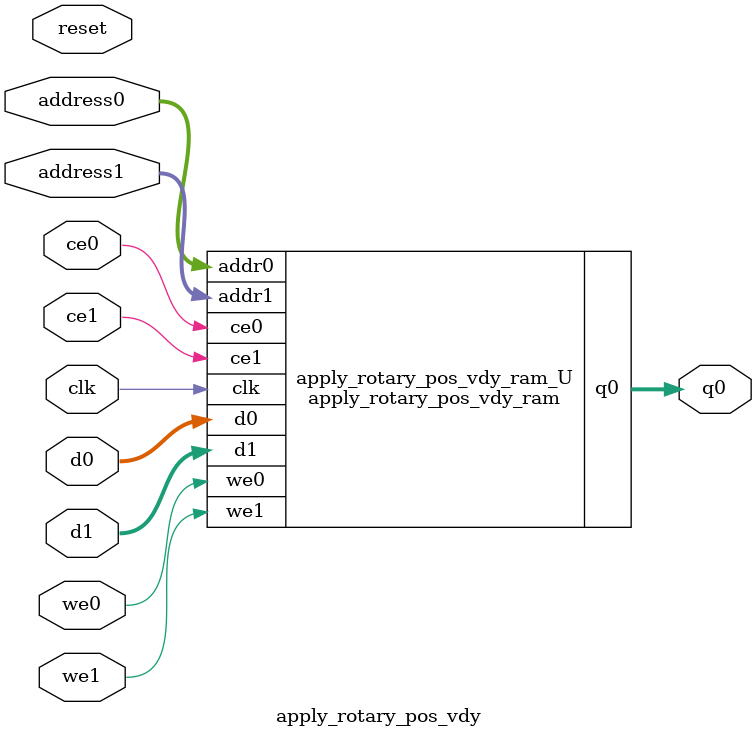
<source format=v>
`timescale 1 ns / 1 ps
module apply_rotary_pos_vdy_ram (addr0, ce0, d0, we0, q0, addr1, ce1, d1, we1,  clk);

parameter DWIDTH = 32;
parameter AWIDTH = 11;
parameter MEM_SIZE = 1536;

input[AWIDTH-1:0] addr0;
input ce0;
input[DWIDTH-1:0] d0;
input we0;
output reg[DWIDTH-1:0] q0;
input[AWIDTH-1:0] addr1;
input ce1;
input[DWIDTH-1:0] d1;
input we1;
input clk;

(* ram_style = "block" *)reg [DWIDTH-1:0] ram[0:MEM_SIZE-1];




always @(posedge clk)  
begin 
    if (ce0) begin
        if (we0) 
            ram[addr0] <= d0; 
        q0 <= ram[addr0];
    end
end


always @(posedge clk)  
begin 
    if (ce1) begin
        if (we1) 
            ram[addr1] <= d1; 
    end
end


endmodule

`timescale 1 ns / 1 ps
module apply_rotary_pos_vdy(
    reset,
    clk,
    address0,
    ce0,
    we0,
    d0,
    q0,
    address1,
    ce1,
    we1,
    d1);

parameter DataWidth = 32'd32;
parameter AddressRange = 32'd1536;
parameter AddressWidth = 32'd11;
input reset;
input clk;
input[AddressWidth - 1:0] address0;
input ce0;
input we0;
input[DataWidth - 1:0] d0;
output[DataWidth - 1:0] q0;
input[AddressWidth - 1:0] address1;
input ce1;
input we1;
input[DataWidth - 1:0] d1;



apply_rotary_pos_vdy_ram apply_rotary_pos_vdy_ram_U(
    .clk( clk ),
    .addr0( address0 ),
    .ce0( ce0 ),
    .we0( we0 ),
    .d0( d0 ),
    .q0( q0 ),
    .addr1( address1 ),
    .ce1( ce1 ),
    .we1( we1 ),
    .d1( d1 ));

endmodule


</source>
